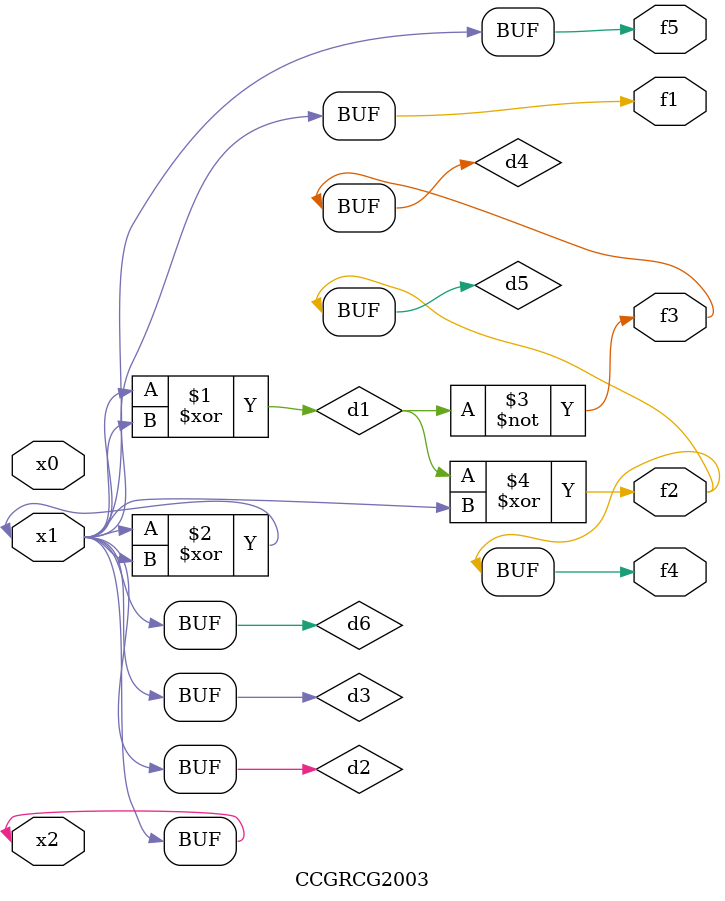
<source format=v>
module CCGRCG2003(
	input x0, x1, x2,
	output f1, f2, f3, f4, f5
);

	wire d1, d2, d3, d4, d5, d6;

	xor (d1, x1, x2);
	buf (d2, x1, x2);
	xor (d3, x1, x2);
	nor (d4, d1);
	xor (d5, d1, d2);
	buf (d6, d2, d3);
	assign f1 = d6;
	assign f2 = d5;
	assign f3 = d4;
	assign f4 = d5;
	assign f5 = d6;
endmodule

</source>
